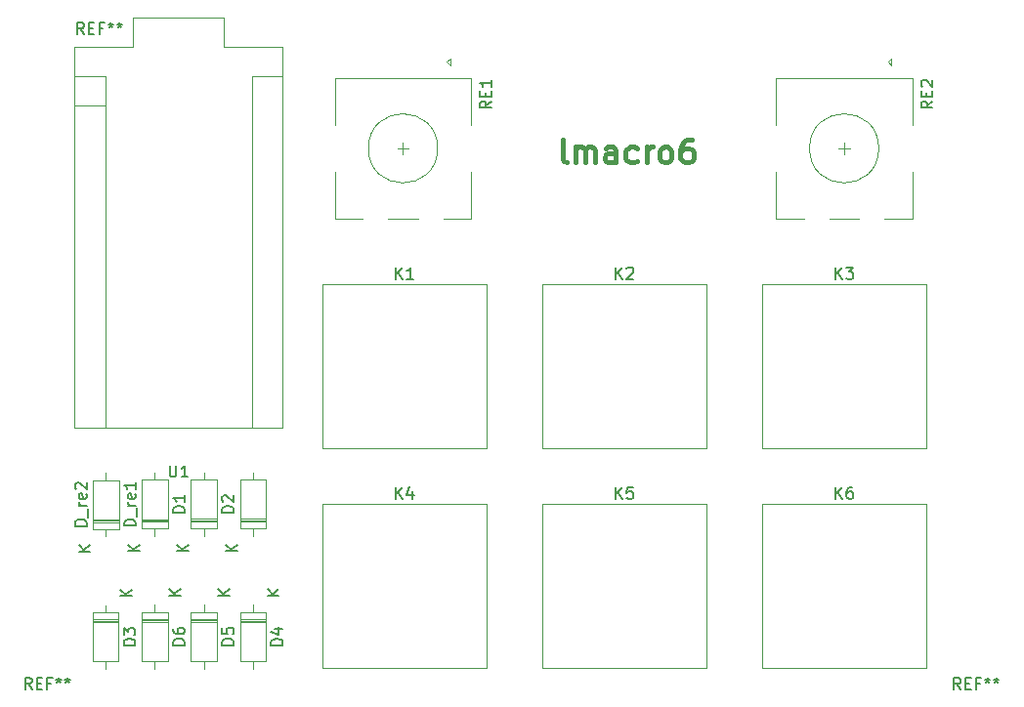
<source format=gbr>
%TF.GenerationSoftware,KiCad,Pcbnew,6.0.11-2627ca5db0~126~ubuntu22.04.1*%
%TF.CreationDate,2023-02-27T14:07:39+07:00*%
%TF.ProjectId,macro,6d616372-6f2e-46b6-9963-61645f706362,rev?*%
%TF.SameCoordinates,Original*%
%TF.FileFunction,Legend,Top*%
%TF.FilePolarity,Positive*%
%FSLAX46Y46*%
G04 Gerber Fmt 4.6, Leading zero omitted, Abs format (unit mm)*
G04 Created by KiCad (PCBNEW 6.0.11-2627ca5db0~126~ubuntu22.04.1) date 2023-02-27 14:07:39*
%MOMM*%
%LPD*%
G01*
G04 APERTURE LIST*
%ADD10C,0.400000*%
%ADD11C,0.150000*%
%ADD12C,0.120000*%
G04 APERTURE END LIST*
D10*
X98896666Y-96704761D02*
X98706190Y-96609523D01*
X98610952Y-96419047D01*
X98610952Y-94704761D01*
X99658571Y-96704761D02*
X99658571Y-95371428D01*
X99658571Y-95561904D02*
X99753809Y-95466666D01*
X99944285Y-95371428D01*
X100230000Y-95371428D01*
X100420476Y-95466666D01*
X100515714Y-95657142D01*
X100515714Y-96704761D01*
X100515714Y-95657142D02*
X100610952Y-95466666D01*
X100801428Y-95371428D01*
X101087142Y-95371428D01*
X101277619Y-95466666D01*
X101372857Y-95657142D01*
X101372857Y-96704761D01*
X103182380Y-96704761D02*
X103182380Y-95657142D01*
X103087142Y-95466666D01*
X102896666Y-95371428D01*
X102515714Y-95371428D01*
X102325238Y-95466666D01*
X103182380Y-96609523D02*
X102991904Y-96704761D01*
X102515714Y-96704761D01*
X102325238Y-96609523D01*
X102230000Y-96419047D01*
X102230000Y-96228571D01*
X102325238Y-96038095D01*
X102515714Y-95942857D01*
X102991904Y-95942857D01*
X103182380Y-95847619D01*
X104991904Y-96609523D02*
X104801428Y-96704761D01*
X104420476Y-96704761D01*
X104230000Y-96609523D01*
X104134761Y-96514285D01*
X104039523Y-96323809D01*
X104039523Y-95752380D01*
X104134761Y-95561904D01*
X104230000Y-95466666D01*
X104420476Y-95371428D01*
X104801428Y-95371428D01*
X104991904Y-95466666D01*
X105849047Y-96704761D02*
X105849047Y-95371428D01*
X105849047Y-95752380D02*
X105944285Y-95561904D01*
X106039523Y-95466666D01*
X106230000Y-95371428D01*
X106420476Y-95371428D01*
X107372857Y-96704761D02*
X107182380Y-96609523D01*
X107087142Y-96514285D01*
X106991904Y-96323809D01*
X106991904Y-95752380D01*
X107087142Y-95561904D01*
X107182380Y-95466666D01*
X107372857Y-95371428D01*
X107658571Y-95371428D01*
X107849047Y-95466666D01*
X107944285Y-95561904D01*
X108039523Y-95752380D01*
X108039523Y-96323809D01*
X107944285Y-96514285D01*
X107849047Y-96609523D01*
X107658571Y-96704761D01*
X107372857Y-96704761D01*
X109753809Y-94704761D02*
X109372857Y-94704761D01*
X109182380Y-94800000D01*
X109087142Y-94895238D01*
X108896666Y-95180952D01*
X108801428Y-95561904D01*
X108801428Y-96323809D01*
X108896666Y-96514285D01*
X108991904Y-96609523D01*
X109182380Y-96704761D01*
X109563333Y-96704761D01*
X109753809Y-96609523D01*
X109849047Y-96514285D01*
X109944285Y-96323809D01*
X109944285Y-95847619D01*
X109849047Y-95657142D01*
X109753809Y-95561904D01*
X109563333Y-95466666D01*
X109182380Y-95466666D01*
X108991904Y-95561904D01*
X108896666Y-95657142D01*
X108801428Y-95847619D01*
D11*
%TO.C,K6*%
X122236904Y-125877380D02*
X122236904Y-124877380D01*
X122808333Y-125877380D02*
X122379761Y-125305952D01*
X122808333Y-124877380D02*
X122236904Y-125448809D01*
X123665476Y-124877380D02*
X123475000Y-124877380D01*
X123379761Y-124925000D01*
X123332142Y-124972619D01*
X123236904Y-125115476D01*
X123189285Y-125305952D01*
X123189285Y-125686904D01*
X123236904Y-125782142D01*
X123284523Y-125829761D01*
X123379761Y-125877380D01*
X123570238Y-125877380D01*
X123665476Y-125829761D01*
X123713095Y-125782142D01*
X123760714Y-125686904D01*
X123760714Y-125448809D01*
X123713095Y-125353571D01*
X123665476Y-125305952D01*
X123570238Y-125258333D01*
X123379761Y-125258333D01*
X123284523Y-125305952D01*
X123236904Y-125353571D01*
X123189285Y-125448809D01*
%TO.C,D1*%
X65832380Y-127088095D02*
X64832380Y-127088095D01*
X64832380Y-126850000D01*
X64880000Y-126707142D01*
X64975238Y-126611904D01*
X65070476Y-126564285D01*
X65260952Y-126516666D01*
X65403809Y-126516666D01*
X65594285Y-126564285D01*
X65689523Y-126611904D01*
X65784761Y-126707142D01*
X65832380Y-126850000D01*
X65832380Y-127088095D01*
X65832380Y-125564285D02*
X65832380Y-126135714D01*
X65832380Y-125850000D02*
X64832380Y-125850000D01*
X64975238Y-125945238D01*
X65070476Y-126040476D01*
X65118095Y-126135714D01*
X66152380Y-130421904D02*
X65152380Y-130421904D01*
X66152380Y-129850476D02*
X65580952Y-130279047D01*
X65152380Y-129850476D02*
X65723809Y-130421904D01*
%TO.C,U1*%
X64538095Y-122992380D02*
X64538095Y-123801904D01*
X64585714Y-123897142D01*
X64633333Y-123944761D01*
X64728571Y-123992380D01*
X64919047Y-123992380D01*
X65014285Y-123944761D01*
X65061904Y-123897142D01*
X65109523Y-123801904D01*
X65109523Y-122992380D01*
X66109523Y-123992380D02*
X65538095Y-123992380D01*
X65823809Y-123992380D02*
X65823809Y-122992380D01*
X65728571Y-123135238D01*
X65633333Y-123230476D01*
X65538095Y-123278095D01*
%TO.C,D5*%
X70072380Y-138573095D02*
X69072380Y-138573095D01*
X69072380Y-138335000D01*
X69120000Y-138192142D01*
X69215238Y-138096904D01*
X69310476Y-138049285D01*
X69500952Y-138001666D01*
X69643809Y-138001666D01*
X69834285Y-138049285D01*
X69929523Y-138096904D01*
X70024761Y-138192142D01*
X70072380Y-138335000D01*
X70072380Y-138573095D01*
X69072380Y-137096904D02*
X69072380Y-137573095D01*
X69548571Y-137620714D01*
X69500952Y-137573095D01*
X69453333Y-137477857D01*
X69453333Y-137239761D01*
X69500952Y-137144523D01*
X69548571Y-137096904D01*
X69643809Y-137049285D01*
X69881904Y-137049285D01*
X69977142Y-137096904D01*
X70024761Y-137144523D01*
X70072380Y-137239761D01*
X70072380Y-137477857D01*
X70024761Y-137573095D01*
X69977142Y-137620714D01*
X69752380Y-134286904D02*
X68752380Y-134286904D01*
X69752380Y-133715476D02*
X69180952Y-134144047D01*
X68752380Y-133715476D02*
X69323809Y-134286904D01*
%TO.C,RE2*%
X130632380Y-91419047D02*
X130156190Y-91752380D01*
X130632380Y-91990476D02*
X129632380Y-91990476D01*
X129632380Y-91609523D01*
X129680000Y-91514285D01*
X129727619Y-91466666D01*
X129822857Y-91419047D01*
X129965714Y-91419047D01*
X130060952Y-91466666D01*
X130108571Y-91514285D01*
X130156190Y-91609523D01*
X130156190Y-91990476D01*
X130108571Y-90990476D02*
X130108571Y-90657142D01*
X130632380Y-90514285D02*
X130632380Y-90990476D01*
X129632380Y-90990476D01*
X129632380Y-90514285D01*
X129727619Y-90133333D02*
X129680000Y-90085714D01*
X129632380Y-89990476D01*
X129632380Y-89752380D01*
X129680000Y-89657142D01*
X129727619Y-89609523D01*
X129822857Y-89561904D01*
X129918095Y-89561904D01*
X130060952Y-89609523D01*
X130632380Y-90180952D01*
X130632380Y-89561904D01*
%TO.C,K1*%
X84136904Y-106827380D02*
X84136904Y-105827380D01*
X84708333Y-106827380D02*
X84279761Y-106255952D01*
X84708333Y-105827380D02*
X84136904Y-106398809D01*
X85660714Y-106827380D02*
X85089285Y-106827380D01*
X85375000Y-106827380D02*
X85375000Y-105827380D01*
X85279761Y-105970238D01*
X85184523Y-106065476D01*
X85089285Y-106113095D01*
%TO.C,K2*%
X103186904Y-106827380D02*
X103186904Y-105827380D01*
X103758333Y-106827380D02*
X103329761Y-106255952D01*
X103758333Y-105827380D02*
X103186904Y-106398809D01*
X104139285Y-105922619D02*
X104186904Y-105875000D01*
X104282142Y-105827380D01*
X104520238Y-105827380D01*
X104615476Y-105875000D01*
X104663095Y-105922619D01*
X104710714Y-106017857D01*
X104710714Y-106113095D01*
X104663095Y-106255952D01*
X104091666Y-106827380D01*
X104710714Y-106827380D01*
%TO.C,K3*%
X122236904Y-106827380D02*
X122236904Y-105827380D01*
X122808333Y-106827380D02*
X122379761Y-106255952D01*
X122808333Y-105827380D02*
X122236904Y-106398809D01*
X123141666Y-105827380D02*
X123760714Y-105827380D01*
X123427380Y-106208333D01*
X123570238Y-106208333D01*
X123665476Y-106255952D01*
X123713095Y-106303571D01*
X123760714Y-106398809D01*
X123760714Y-106636904D01*
X123713095Y-106732142D01*
X123665476Y-106779761D01*
X123570238Y-106827380D01*
X123284523Y-106827380D01*
X123189285Y-106779761D01*
X123141666Y-106732142D01*
%TO.C,D3*%
X61547380Y-138598095D02*
X60547380Y-138598095D01*
X60547380Y-138360000D01*
X60595000Y-138217142D01*
X60690238Y-138121904D01*
X60785476Y-138074285D01*
X60975952Y-138026666D01*
X61118809Y-138026666D01*
X61309285Y-138074285D01*
X61404523Y-138121904D01*
X61499761Y-138217142D01*
X61547380Y-138360000D01*
X61547380Y-138598095D01*
X60547380Y-137693333D02*
X60547380Y-137074285D01*
X60928333Y-137407619D01*
X60928333Y-137264761D01*
X60975952Y-137169523D01*
X61023571Y-137121904D01*
X61118809Y-137074285D01*
X61356904Y-137074285D01*
X61452142Y-137121904D01*
X61499761Y-137169523D01*
X61547380Y-137264761D01*
X61547380Y-137550476D01*
X61499761Y-137645714D01*
X61452142Y-137693333D01*
X61227380Y-134311904D02*
X60227380Y-134311904D01*
X61227380Y-133740476D02*
X60655952Y-134169047D01*
X60227380Y-133740476D02*
X60798809Y-134311904D01*
%TO.C,K5*%
X103186904Y-125877380D02*
X103186904Y-124877380D01*
X103758333Y-125877380D02*
X103329761Y-125305952D01*
X103758333Y-124877380D02*
X103186904Y-125448809D01*
X104663095Y-124877380D02*
X104186904Y-124877380D01*
X104139285Y-125353571D01*
X104186904Y-125305952D01*
X104282142Y-125258333D01*
X104520238Y-125258333D01*
X104615476Y-125305952D01*
X104663095Y-125353571D01*
X104710714Y-125448809D01*
X104710714Y-125686904D01*
X104663095Y-125782142D01*
X104615476Y-125829761D01*
X104520238Y-125877380D01*
X104282142Y-125877380D01*
X104186904Y-125829761D01*
X104139285Y-125782142D01*
%TO.C,D_re1*%
X61582380Y-128217142D02*
X60582380Y-128217142D01*
X60582380Y-127979047D01*
X60630000Y-127836190D01*
X60725238Y-127740952D01*
X60820476Y-127693333D01*
X61010952Y-127645714D01*
X61153809Y-127645714D01*
X61344285Y-127693333D01*
X61439523Y-127740952D01*
X61534761Y-127836190D01*
X61582380Y-127979047D01*
X61582380Y-128217142D01*
X61677619Y-127455238D02*
X61677619Y-126693333D01*
X61582380Y-126455238D02*
X60915714Y-126455238D01*
X61106190Y-126455238D02*
X61010952Y-126407619D01*
X60963333Y-126360000D01*
X60915714Y-126264761D01*
X60915714Y-126169523D01*
X61534761Y-125455238D02*
X61582380Y-125550476D01*
X61582380Y-125740952D01*
X61534761Y-125836190D01*
X61439523Y-125883809D01*
X61058571Y-125883809D01*
X60963333Y-125836190D01*
X60915714Y-125740952D01*
X60915714Y-125550476D01*
X60963333Y-125455238D01*
X61058571Y-125407619D01*
X61153809Y-125407619D01*
X61249047Y-125883809D01*
X61582380Y-124455238D02*
X61582380Y-125026666D01*
X61582380Y-124740952D02*
X60582380Y-124740952D01*
X60725238Y-124836190D01*
X60820476Y-124931428D01*
X60868095Y-125026666D01*
X61902380Y-130431904D02*
X60902380Y-130431904D01*
X61902380Y-129860476D02*
X61330952Y-130289047D01*
X60902380Y-129860476D02*
X61473809Y-130431904D01*
%TO.C,D_re2*%
X57332380Y-128232142D02*
X56332380Y-128232142D01*
X56332380Y-127994047D01*
X56380000Y-127851190D01*
X56475238Y-127755952D01*
X56570476Y-127708333D01*
X56760952Y-127660714D01*
X56903809Y-127660714D01*
X57094285Y-127708333D01*
X57189523Y-127755952D01*
X57284761Y-127851190D01*
X57332380Y-127994047D01*
X57332380Y-128232142D01*
X57427619Y-127470238D02*
X57427619Y-126708333D01*
X57332380Y-126470238D02*
X56665714Y-126470238D01*
X56856190Y-126470238D02*
X56760952Y-126422619D01*
X56713333Y-126375000D01*
X56665714Y-126279761D01*
X56665714Y-126184523D01*
X57284761Y-125470238D02*
X57332380Y-125565476D01*
X57332380Y-125755952D01*
X57284761Y-125851190D01*
X57189523Y-125898809D01*
X56808571Y-125898809D01*
X56713333Y-125851190D01*
X56665714Y-125755952D01*
X56665714Y-125565476D01*
X56713333Y-125470238D01*
X56808571Y-125422619D01*
X56903809Y-125422619D01*
X56999047Y-125898809D01*
X56427619Y-125041666D02*
X56380000Y-124994047D01*
X56332380Y-124898809D01*
X56332380Y-124660714D01*
X56380000Y-124565476D01*
X56427619Y-124517857D01*
X56522857Y-124470238D01*
X56618095Y-124470238D01*
X56760952Y-124517857D01*
X57332380Y-125089285D01*
X57332380Y-124470238D01*
X57652380Y-130446904D02*
X56652380Y-130446904D01*
X57652380Y-129875476D02*
X57080952Y-130304047D01*
X56652380Y-129875476D02*
X57223809Y-130446904D01*
%TO.C,*%
%TO.C,REF\u002A\u002A*%
X52591666Y-142402380D02*
X52258333Y-141926190D01*
X52020238Y-142402380D02*
X52020238Y-141402380D01*
X52401190Y-141402380D01*
X52496428Y-141450000D01*
X52544047Y-141497619D01*
X52591666Y-141592857D01*
X52591666Y-141735714D01*
X52544047Y-141830952D01*
X52496428Y-141878571D01*
X52401190Y-141926190D01*
X52020238Y-141926190D01*
X53020238Y-141878571D02*
X53353571Y-141878571D01*
X53496428Y-142402380D02*
X53020238Y-142402380D01*
X53020238Y-141402380D01*
X53496428Y-141402380D01*
X54258333Y-141878571D02*
X53925000Y-141878571D01*
X53925000Y-142402380D02*
X53925000Y-141402380D01*
X54401190Y-141402380D01*
X54925000Y-141402380D02*
X54925000Y-141640476D01*
X54686904Y-141545238D02*
X54925000Y-141640476D01*
X55163095Y-141545238D01*
X54782142Y-141830952D02*
X54925000Y-141640476D01*
X55067857Y-141830952D01*
X55686904Y-141402380D02*
X55686904Y-141640476D01*
X55448809Y-141545238D02*
X55686904Y-141640476D01*
X55925000Y-141545238D01*
X55544047Y-141830952D02*
X55686904Y-141640476D01*
X55829761Y-141830952D01*
X57096666Y-85592380D02*
X56763333Y-85116190D01*
X56525238Y-85592380D02*
X56525238Y-84592380D01*
X56906190Y-84592380D01*
X57001428Y-84640000D01*
X57049047Y-84687619D01*
X57096666Y-84782857D01*
X57096666Y-84925714D01*
X57049047Y-85020952D01*
X57001428Y-85068571D01*
X56906190Y-85116190D01*
X56525238Y-85116190D01*
X57525238Y-85068571D02*
X57858571Y-85068571D01*
X58001428Y-85592380D02*
X57525238Y-85592380D01*
X57525238Y-84592380D01*
X58001428Y-84592380D01*
X58763333Y-85068571D02*
X58430000Y-85068571D01*
X58430000Y-85592380D02*
X58430000Y-84592380D01*
X58906190Y-84592380D01*
X59430000Y-84592380D02*
X59430000Y-84830476D01*
X59191904Y-84735238D02*
X59430000Y-84830476D01*
X59668095Y-84735238D01*
X59287142Y-85020952D02*
X59430000Y-84830476D01*
X59572857Y-85020952D01*
X60191904Y-84592380D02*
X60191904Y-84830476D01*
X59953809Y-84735238D02*
X60191904Y-84830476D01*
X60430000Y-84735238D01*
X60049047Y-85020952D02*
X60191904Y-84830476D01*
X60334761Y-85020952D01*
%TO.C,D4*%
X74322380Y-138588095D02*
X73322380Y-138588095D01*
X73322380Y-138350000D01*
X73370000Y-138207142D01*
X73465238Y-138111904D01*
X73560476Y-138064285D01*
X73750952Y-138016666D01*
X73893809Y-138016666D01*
X74084285Y-138064285D01*
X74179523Y-138111904D01*
X74274761Y-138207142D01*
X74322380Y-138350000D01*
X74322380Y-138588095D01*
X73655714Y-137159523D02*
X74322380Y-137159523D01*
X73274761Y-137397619D02*
X73989047Y-137635714D01*
X73989047Y-137016666D01*
X74002380Y-134301904D02*
X73002380Y-134301904D01*
X74002380Y-133730476D02*
X73430952Y-134159047D01*
X73002380Y-133730476D02*
X73573809Y-134301904D01*
%TO.C,D6*%
X65822380Y-138573095D02*
X64822380Y-138573095D01*
X64822380Y-138335000D01*
X64870000Y-138192142D01*
X64965238Y-138096904D01*
X65060476Y-138049285D01*
X65250952Y-138001666D01*
X65393809Y-138001666D01*
X65584285Y-138049285D01*
X65679523Y-138096904D01*
X65774761Y-138192142D01*
X65822380Y-138335000D01*
X65822380Y-138573095D01*
X64822380Y-137144523D02*
X64822380Y-137335000D01*
X64870000Y-137430238D01*
X64917619Y-137477857D01*
X65060476Y-137573095D01*
X65250952Y-137620714D01*
X65631904Y-137620714D01*
X65727142Y-137573095D01*
X65774761Y-137525476D01*
X65822380Y-137430238D01*
X65822380Y-137239761D01*
X65774761Y-137144523D01*
X65727142Y-137096904D01*
X65631904Y-137049285D01*
X65393809Y-137049285D01*
X65298571Y-137096904D01*
X65250952Y-137144523D01*
X65203333Y-137239761D01*
X65203333Y-137430238D01*
X65250952Y-137525476D01*
X65298571Y-137573095D01*
X65393809Y-137620714D01*
X65502380Y-134286904D02*
X64502380Y-134286904D01*
X65502380Y-133715476D02*
X64930952Y-134144047D01*
X64502380Y-133715476D02*
X65073809Y-134286904D01*
%TO.C,K4*%
X84136904Y-125877380D02*
X84136904Y-124877380D01*
X84708333Y-125877380D02*
X84279761Y-125305952D01*
X84708333Y-124877380D02*
X84136904Y-125448809D01*
X85565476Y-125210714D02*
X85565476Y-125877380D01*
X85327380Y-124829761D02*
X85089285Y-125544047D01*
X85708333Y-125544047D01*
%TO.C,D2*%
X70082380Y-127088095D02*
X69082380Y-127088095D01*
X69082380Y-126850000D01*
X69130000Y-126707142D01*
X69225238Y-126611904D01*
X69320476Y-126564285D01*
X69510952Y-126516666D01*
X69653809Y-126516666D01*
X69844285Y-126564285D01*
X69939523Y-126611904D01*
X70034761Y-126707142D01*
X70082380Y-126850000D01*
X70082380Y-127088095D01*
X69177619Y-126135714D02*
X69130000Y-126088095D01*
X69082380Y-125992857D01*
X69082380Y-125754761D01*
X69130000Y-125659523D01*
X69177619Y-125611904D01*
X69272857Y-125564285D01*
X69368095Y-125564285D01*
X69510952Y-125611904D01*
X70082380Y-126183333D01*
X70082380Y-125564285D01*
X70402380Y-130421904D02*
X69402380Y-130421904D01*
X70402380Y-129850476D02*
X69830952Y-130279047D01*
X69402380Y-129850476D02*
X69973809Y-130421904D01*
%TO.C,REF\u002A\u002A*%
X133066666Y-142402380D02*
X132733333Y-141926190D01*
X132495238Y-142402380D02*
X132495238Y-141402380D01*
X132876190Y-141402380D01*
X132971428Y-141450000D01*
X133019047Y-141497619D01*
X133066666Y-141592857D01*
X133066666Y-141735714D01*
X133019047Y-141830952D01*
X132971428Y-141878571D01*
X132876190Y-141926190D01*
X132495238Y-141926190D01*
X133495238Y-141878571D02*
X133828571Y-141878571D01*
X133971428Y-142402380D02*
X133495238Y-142402380D01*
X133495238Y-141402380D01*
X133971428Y-141402380D01*
X134733333Y-141878571D02*
X134400000Y-141878571D01*
X134400000Y-142402380D02*
X134400000Y-141402380D01*
X134876190Y-141402380D01*
X135400000Y-141402380D02*
X135400000Y-141640476D01*
X135161904Y-141545238D02*
X135400000Y-141640476D01*
X135638095Y-141545238D01*
X135257142Y-141830952D02*
X135400000Y-141640476D01*
X135542857Y-141830952D01*
X136161904Y-141402380D02*
X136161904Y-141640476D01*
X135923809Y-141545238D02*
X136161904Y-141640476D01*
X136400000Y-141545238D01*
X136019047Y-141830952D02*
X136161904Y-141640476D01*
X136304761Y-141830952D01*
%TO.C,RE1*%
X92402380Y-91419047D02*
X91926190Y-91752380D01*
X92402380Y-91990476D02*
X91402380Y-91990476D01*
X91402380Y-91609523D01*
X91450000Y-91514285D01*
X91497619Y-91466666D01*
X91592857Y-91419047D01*
X91735714Y-91419047D01*
X91830952Y-91466666D01*
X91878571Y-91514285D01*
X91926190Y-91609523D01*
X91926190Y-91990476D01*
X91878571Y-90990476D02*
X91878571Y-90657142D01*
X92402380Y-90514285D02*
X92402380Y-90990476D01*
X91402380Y-90990476D01*
X91402380Y-90514285D01*
X92402380Y-89561904D02*
X92402380Y-90133333D01*
X92402380Y-89847619D02*
X91402380Y-89847619D01*
X91545238Y-89942857D01*
X91640476Y-90038095D01*
X91688095Y-90133333D01*
D12*
%TO.C,K6*%
X115875000Y-126325000D02*
X115875000Y-140525000D01*
X130075000Y-126325000D02*
X115875000Y-126325000D01*
X130075000Y-140525000D02*
X130075000Y-126325000D01*
X115875000Y-140525000D02*
X130075000Y-140525000D01*
%TO.C,D1*%
X66380000Y-127750000D02*
X68620000Y-127750000D01*
X68620000Y-128470000D02*
X68620000Y-124230000D01*
X66380000Y-127630000D02*
X68620000Y-127630000D01*
X66380000Y-124230000D02*
X66380000Y-128470000D01*
X66380000Y-128470000D02*
X68620000Y-128470000D01*
X66380000Y-127870000D02*
X68620000Y-127870000D01*
X67500000Y-123580000D02*
X67500000Y-124230000D01*
X67500000Y-129120000D02*
X67500000Y-128470000D01*
X68620000Y-124230000D02*
X66380000Y-124230000D01*
%TO.C,U1*%
X58950000Y-91790000D02*
X56280000Y-91790000D01*
X58950000Y-119730000D02*
X56280000Y-119730000D01*
X71650000Y-119730000D02*
X74317000Y-119730000D01*
X56283000Y-119730000D02*
X71650000Y-119730000D01*
X71650000Y-89250000D02*
X74320000Y-89250000D01*
X69237000Y-84170000D02*
X69237000Y-86710000D01*
X58950000Y-119730000D02*
X58950000Y-89250000D01*
X74317000Y-86710000D02*
X69237000Y-86710000D01*
X61363000Y-86710000D02*
X56283000Y-86710000D01*
X71650000Y-117190000D02*
X71650000Y-89250000D01*
X74317000Y-119730000D02*
X74317000Y-86710000D01*
X61363000Y-84170000D02*
X61363000Y-86710000D01*
X58950000Y-89250000D02*
X56280000Y-89250000D01*
X69237000Y-84170000D02*
X61363000Y-84170000D01*
X56283000Y-86710000D02*
X56280000Y-119730000D01*
X71650000Y-117190000D02*
X71650000Y-119730000D01*
%TO.C,D5*%
X66380000Y-135715000D02*
X66380000Y-139955000D01*
X67500000Y-135065000D02*
X67500000Y-135715000D01*
X68620000Y-136315000D02*
X66380000Y-136315000D01*
X68620000Y-136555000D02*
X66380000Y-136555000D01*
X66380000Y-139955000D02*
X68620000Y-139955000D01*
X68620000Y-139955000D02*
X68620000Y-135715000D01*
X67500000Y-140605000D02*
X67500000Y-139955000D01*
X68620000Y-136435000D02*
X66380000Y-136435000D01*
X68620000Y-135715000D02*
X66380000Y-135715000D01*
%TO.C,RE2*%
X123480000Y-95500000D02*
X122480000Y-95500000D01*
X126780000Y-88000000D02*
X127080000Y-87700000D01*
X128880000Y-89400000D02*
X117080000Y-89400000D01*
X119480000Y-101600000D02*
X117080000Y-101600000D01*
X128880000Y-93500000D02*
X128880000Y-89400000D01*
X122980000Y-95000000D02*
X122980000Y-96000000D01*
X127080000Y-87700000D02*
X127080000Y-88300000D01*
X117080000Y-101600000D02*
X117080000Y-97500000D01*
X117080000Y-93500000D02*
X117080000Y-89400000D01*
X128880000Y-97500000D02*
X128880000Y-101600000D01*
X128880000Y-101600000D02*
X126480000Y-101600000D01*
X124280000Y-101600000D02*
X121680000Y-101600000D01*
X127080000Y-88300000D02*
X126780000Y-88000000D01*
X125980000Y-95500000D02*
G75*
G03*
X125980000Y-95500000I-3000000J0D01*
G01*
%TO.C,K1*%
X91975000Y-121475000D02*
X91975000Y-107275000D01*
X77775000Y-121475000D02*
X91975000Y-121475000D01*
X77775000Y-107275000D02*
X77775000Y-121475000D01*
X91975000Y-107275000D02*
X77775000Y-107275000D01*
%TO.C,K2*%
X111025000Y-121475000D02*
X111025000Y-107275000D01*
X96825000Y-107275000D02*
X96825000Y-121475000D01*
X96825000Y-121475000D02*
X111025000Y-121475000D01*
X111025000Y-107275000D02*
X96825000Y-107275000D01*
%TO.C,K3*%
X130075000Y-107275000D02*
X115875000Y-107275000D01*
X130075000Y-121475000D02*
X130075000Y-107275000D01*
X115875000Y-107275000D02*
X115875000Y-121475000D01*
X115875000Y-121475000D02*
X130075000Y-121475000D01*
%TO.C,D3*%
X60095000Y-139980000D02*
X60095000Y-135740000D01*
X58975000Y-140630000D02*
X58975000Y-139980000D01*
X60095000Y-135740000D02*
X57855000Y-135740000D01*
X57855000Y-135740000D02*
X57855000Y-139980000D01*
X58975000Y-135090000D02*
X58975000Y-135740000D01*
X60095000Y-136580000D02*
X57855000Y-136580000D01*
X57855000Y-139980000D02*
X60095000Y-139980000D01*
X60095000Y-136460000D02*
X57855000Y-136460000D01*
X60095000Y-136340000D02*
X57855000Y-136340000D01*
%TO.C,K5*%
X96825000Y-126325000D02*
X96825000Y-140525000D01*
X96825000Y-140525000D02*
X111025000Y-140525000D01*
X111025000Y-126325000D02*
X96825000Y-126325000D01*
X111025000Y-140525000D02*
X111025000Y-126325000D01*
%TO.C,D_re1*%
X64370000Y-124240000D02*
X62130000Y-124240000D01*
X63250000Y-123590000D02*
X63250000Y-124240000D01*
X64370000Y-128480000D02*
X64370000Y-124240000D01*
X62130000Y-127880000D02*
X64370000Y-127880000D01*
X62130000Y-124240000D02*
X62130000Y-128480000D01*
X62130000Y-128480000D02*
X64370000Y-128480000D01*
X63250000Y-129130000D02*
X63250000Y-128480000D01*
X62130000Y-127640000D02*
X64370000Y-127640000D01*
X62130000Y-127760000D02*
X64370000Y-127760000D01*
%TO.C,D_re2*%
X57880000Y-127895000D02*
X60120000Y-127895000D01*
X59000000Y-123605000D02*
X59000000Y-124255000D01*
X57880000Y-124255000D02*
X57880000Y-128495000D01*
X60120000Y-128495000D02*
X60120000Y-124255000D01*
X60120000Y-124255000D02*
X57880000Y-124255000D01*
X57880000Y-128495000D02*
X60120000Y-128495000D01*
X57880000Y-127775000D02*
X60120000Y-127775000D01*
X59000000Y-129145000D02*
X59000000Y-128495000D01*
X57880000Y-127655000D02*
X60120000Y-127655000D01*
%TO.C,D4*%
X72870000Y-136330000D02*
X70630000Y-136330000D01*
X70630000Y-135730000D02*
X70630000Y-139970000D01*
X72870000Y-139970000D02*
X72870000Y-135730000D01*
X71750000Y-140620000D02*
X71750000Y-139970000D01*
X70630000Y-139970000D02*
X72870000Y-139970000D01*
X72870000Y-136570000D02*
X70630000Y-136570000D01*
X71750000Y-135080000D02*
X71750000Y-135730000D01*
X72870000Y-135730000D02*
X70630000Y-135730000D01*
X72870000Y-136450000D02*
X70630000Y-136450000D01*
%TO.C,D6*%
X64370000Y-136315000D02*
X62130000Y-136315000D01*
X64370000Y-135715000D02*
X62130000Y-135715000D01*
X63250000Y-140605000D02*
X63250000Y-139955000D01*
X63250000Y-135065000D02*
X63250000Y-135715000D01*
X64370000Y-136435000D02*
X62130000Y-136435000D01*
X64370000Y-139955000D02*
X64370000Y-135715000D01*
X62130000Y-139955000D02*
X64370000Y-139955000D01*
X64370000Y-136555000D02*
X62130000Y-136555000D01*
X62130000Y-135715000D02*
X62130000Y-139955000D01*
%TO.C,K4*%
X91975000Y-140525000D02*
X91975000Y-126325000D01*
X77775000Y-140525000D02*
X91975000Y-140525000D01*
X91975000Y-126325000D02*
X77775000Y-126325000D01*
X77775000Y-126325000D02*
X77775000Y-140525000D01*
%TO.C,D2*%
X70630000Y-127630000D02*
X72870000Y-127630000D01*
X71750000Y-123580000D02*
X71750000Y-124230000D01*
X70630000Y-127870000D02*
X72870000Y-127870000D01*
X72870000Y-124230000D02*
X70630000Y-124230000D01*
X71750000Y-129120000D02*
X71750000Y-128470000D01*
X70630000Y-128470000D02*
X72870000Y-128470000D01*
X72870000Y-128470000D02*
X72870000Y-124230000D01*
X70630000Y-124230000D02*
X70630000Y-128470000D01*
X70630000Y-127750000D02*
X72870000Y-127750000D01*
%TO.C,RE1*%
X84750000Y-95000000D02*
X84750000Y-96000000D01*
X88850000Y-87700000D02*
X88850000Y-88300000D01*
X88550000Y-88000000D02*
X88850000Y-87700000D01*
X90650000Y-101600000D02*
X88250000Y-101600000D01*
X81250000Y-101600000D02*
X78850000Y-101600000D01*
X78850000Y-93500000D02*
X78850000Y-89400000D01*
X90650000Y-89400000D02*
X78850000Y-89400000D01*
X78850000Y-101600000D02*
X78850000Y-97500000D01*
X90650000Y-93500000D02*
X90650000Y-89400000D01*
X85250000Y-95500000D02*
X84250000Y-95500000D01*
X88850000Y-88300000D02*
X88550000Y-88000000D01*
X90650000Y-97500000D02*
X90650000Y-101600000D01*
X86050000Y-101600000D02*
X83450000Y-101600000D01*
X87750000Y-95500000D02*
G75*
G03*
X87750000Y-95500000I-3000000J0D01*
G01*
%TD*%
M02*

</source>
